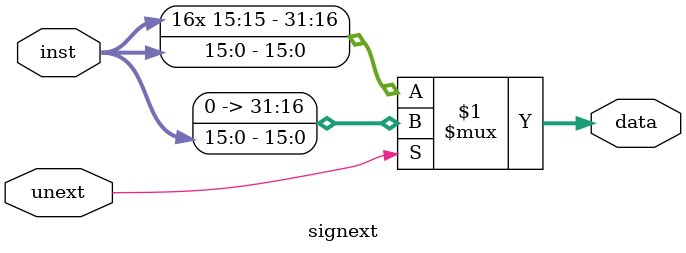
<source format=v>
`timescale 1ns / 1ps


module signext(
    input [15:0] inst,
    input unext,
    output[31:0] data
    );
    assign data=unext?{{16'h0000},inst}:{{16{inst[15]}},inst};
endmodule

</source>
